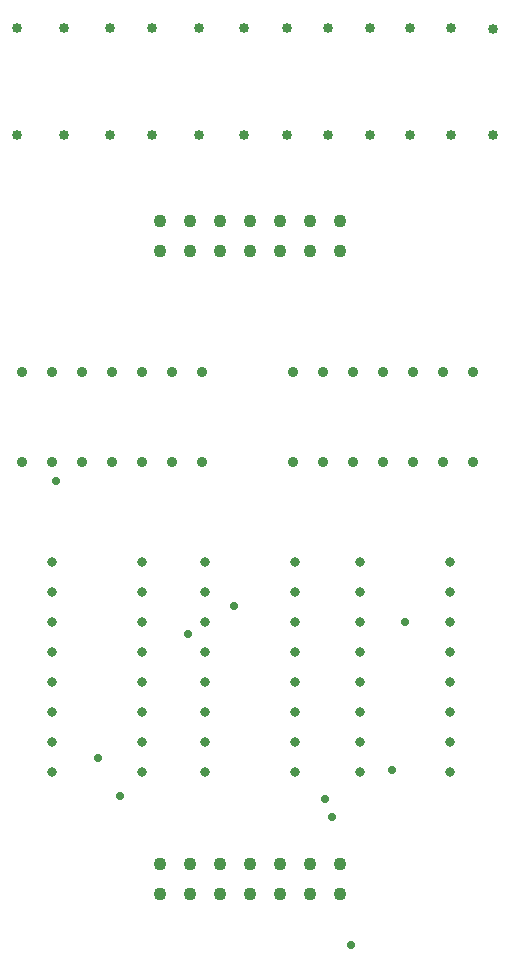
<source format=gbr>
%TF.GenerationSoftware,Altium Limited,Altium Designer,22.9.1 (49)*%
G04 Layer_Color=0*
%FSLAX45Y45*%
%MOMM*%
%TF.SameCoordinates,4BB515F2-1930-42CC-84AD-66DDC1B42358*%
%TF.FilePolarity,Positive*%
%TF.FileFunction,Plated,1,2,PTH,Drill*%
%TF.Part,Single*%
G01*
G75*
%TA.AperFunction,ComponentDrill*%
%ADD39C,0.90000*%
%ADD40C,0.80000*%
%ADD41C,0.85000*%
%ADD42C,1.10000*%
%TA.AperFunction,ViaDrill,NotFilled*%
%ADD43C,0.71120*%
D39*
X5550784Y8255000D02*
D03*
X5804784D02*
D03*
X6058784D02*
D03*
X6312784D02*
D03*
X6566784D02*
D03*
X6820784D02*
D03*
X7074784D02*
D03*
X5550784Y9017000D02*
D03*
X5804784D02*
D03*
X6058784D02*
D03*
X6312784D02*
D03*
X6566784D02*
D03*
X6820784D02*
D03*
X7074784D02*
D03*
X4775200D02*
D03*
X4521200D02*
D03*
X4267200D02*
D03*
X4013200D02*
D03*
X3759200D02*
D03*
X3505200D02*
D03*
X3251200D02*
D03*
X4775200Y8255000D02*
D03*
X4521200D02*
D03*
X4267200D02*
D03*
X4013200D02*
D03*
X3759200D02*
D03*
X3505200D02*
D03*
X3251200D02*
D03*
D40*
X6116940Y7404100D02*
D03*
Y7150100D02*
D03*
Y6896100D02*
D03*
Y6642100D02*
D03*
Y6388100D02*
D03*
Y6134100D02*
D03*
Y5880100D02*
D03*
Y5626100D02*
D03*
X6878940Y7404100D02*
D03*
Y7150100D02*
D03*
Y6896100D02*
D03*
Y6642100D02*
D03*
Y6388100D02*
D03*
Y6134100D02*
D03*
Y5880100D02*
D03*
Y5626100D02*
D03*
X4804288Y7404100D02*
D03*
Y7150100D02*
D03*
Y6896100D02*
D03*
Y6642100D02*
D03*
Y6388100D02*
D03*
Y6134100D02*
D03*
Y5880100D02*
D03*
Y5626100D02*
D03*
X5566288Y7404100D02*
D03*
Y7150100D02*
D03*
Y6896100D02*
D03*
Y6642100D02*
D03*
Y6388100D02*
D03*
Y6134100D02*
D03*
Y5880100D02*
D03*
Y5626100D02*
D03*
X3505200Y7404100D02*
D03*
Y7150100D02*
D03*
Y6896100D02*
D03*
Y6642100D02*
D03*
Y6388100D02*
D03*
Y6134100D02*
D03*
Y5880100D02*
D03*
Y5626100D02*
D03*
X4267200Y7404100D02*
D03*
Y7150100D02*
D03*
Y6896100D02*
D03*
Y6642100D02*
D03*
Y6388100D02*
D03*
Y6134100D02*
D03*
Y5880100D02*
D03*
Y5626100D02*
D03*
D41*
X7242449Y11917924D02*
D03*
Y11017921D02*
D03*
X3213705Y11923603D02*
D03*
Y11023600D02*
D03*
X6888800Y11923603D02*
D03*
Y11023600D02*
D03*
X3608294Y11923603D02*
D03*
Y11023600D02*
D03*
X6538661Y11923603D02*
D03*
Y11023600D02*
D03*
X3996192Y11923603D02*
D03*
Y11023600D02*
D03*
X6203432Y11923603D02*
D03*
Y11023600D02*
D03*
X4353789Y11923603D02*
D03*
Y11023600D02*
D03*
X5844860Y11923603D02*
D03*
Y11023600D02*
D03*
X4756882Y11923603D02*
D03*
Y11023600D02*
D03*
X5502311Y11923603D02*
D03*
Y11023600D02*
D03*
X5137389Y11923603D02*
D03*
Y11023600D02*
D03*
D42*
X5185288Y4849993D02*
D03*
Y4595993D02*
D03*
X4931288Y4849993D02*
D03*
Y4595993D02*
D03*
X4423288D02*
D03*
Y4849993D02*
D03*
X4677288Y4595993D02*
D03*
Y4849993D02*
D03*
X5439288Y4595993D02*
D03*
Y4849993D02*
D03*
X5693288Y4595993D02*
D03*
X5947288D02*
D03*
X5693288Y4849993D02*
D03*
X5947288D02*
D03*
X5183856Y10296708D02*
D03*
Y10042708D02*
D03*
X4929856Y10296708D02*
D03*
Y10042708D02*
D03*
X4421856D02*
D03*
Y10296708D02*
D03*
X4675856Y10042708D02*
D03*
Y10296708D02*
D03*
X5437856Y10042708D02*
D03*
Y10296708D02*
D03*
X5691856Y10042708D02*
D03*
X5945856D02*
D03*
X5691856Y10296708D02*
D03*
X5945856D02*
D03*
D43*
X3896360Y5742940D02*
D03*
X4655820Y6794500D02*
D03*
X6042660Y4165600D02*
D03*
X6499860Y6896100D02*
D03*
X5819140Y5397500D02*
D03*
X6385560Y5640720D02*
D03*
X5048128Y7033260D02*
D03*
X3540760Y8092440D02*
D03*
X5875020Y5245100D02*
D03*
X4086860Y5427980D02*
D03*
%TF.MD5,499d21ad94445dc3ae995d7804603b57*%
M02*

</source>
